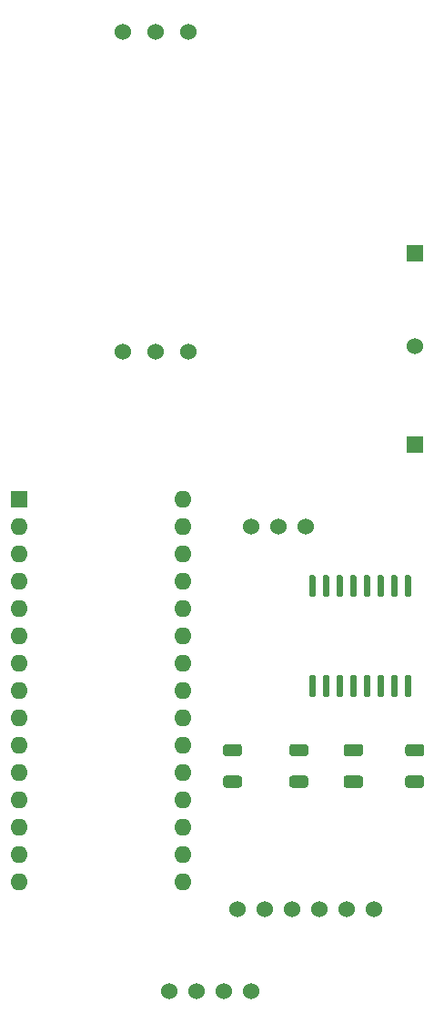
<source format=gbr>
%TF.GenerationSoftware,KiCad,Pcbnew,(5.1.10)-1*%
%TF.CreationDate,2021-09-08T13:12:46-04:00*%
%TF.ProjectId,Water_sensor,57617465-725f-4736-956e-736f722e6b69,rev?*%
%TF.SameCoordinates,Original*%
%TF.FileFunction,Soldermask,Top*%
%TF.FilePolarity,Negative*%
%FSLAX46Y46*%
G04 Gerber Fmt 4.6, Leading zero omitted, Abs format (unit mm)*
G04 Created by KiCad (PCBNEW (5.1.10)-1) date 2021-09-08 13:12:46*
%MOMM*%
%LPD*%
G01*
G04 APERTURE LIST*
%ADD10R,1.600000X1.600000*%
%ADD11O,1.600000X1.600000*%
%ADD12C,1.524000*%
%ADD13R,1.524000X1.524000*%
G04 APERTURE END LIST*
%TO.C,10K1*%
G36*
G01*
X147945001Y-141975000D02*
X146694999Y-141975000D01*
G75*
G02*
X146445000Y-141725001I0J249999D01*
G01*
X146445000Y-141099999D01*
G75*
G02*
X146694999Y-140850000I249999J0D01*
G01*
X147945001Y-140850000D01*
G75*
G02*
X148195000Y-141099999I0J-249999D01*
G01*
X148195000Y-141725001D01*
G75*
G02*
X147945001Y-141975000I-249999J0D01*
G01*
G37*
G36*
G01*
X147945001Y-144900000D02*
X146694999Y-144900000D01*
G75*
G02*
X146445000Y-144650001I0J249999D01*
G01*
X146445000Y-144024999D01*
G75*
G02*
X146694999Y-143775000I249999J0D01*
G01*
X147945001Y-143775000D01*
G75*
G02*
X148195000Y-144024999I0J-249999D01*
G01*
X148195000Y-144650001D01*
G75*
G02*
X147945001Y-144900000I-249999J0D01*
G01*
G37*
%TD*%
%TO.C,4.7k1*%
G36*
G01*
X137150001Y-144900000D02*
X135899999Y-144900000D01*
G75*
G02*
X135650000Y-144650001I0J249999D01*
G01*
X135650000Y-144024999D01*
G75*
G02*
X135899999Y-143775000I249999J0D01*
G01*
X137150001Y-143775000D01*
G75*
G02*
X137400000Y-144024999I0J-249999D01*
G01*
X137400000Y-144650001D01*
G75*
G02*
X137150001Y-144900000I-249999J0D01*
G01*
G37*
G36*
G01*
X137150001Y-141975000D02*
X135899999Y-141975000D01*
G75*
G02*
X135650000Y-141725001I0J249999D01*
G01*
X135650000Y-141099999D01*
G75*
G02*
X135899999Y-140850000I249999J0D01*
G01*
X137150001Y-140850000D01*
G75*
G02*
X137400000Y-141099999I0J-249999D01*
G01*
X137400000Y-141725001D01*
G75*
G02*
X137150001Y-141975000I-249999J0D01*
G01*
G37*
%TD*%
D10*
%TO.C,A1*%
X110490000Y-118110000D03*
D11*
X125730000Y-151130000D03*
X110490000Y-120650000D03*
X125730000Y-148590000D03*
X110490000Y-123190000D03*
X125730000Y-146050000D03*
X110490000Y-125730000D03*
X125730000Y-143510000D03*
X110490000Y-128270000D03*
X125730000Y-140970000D03*
X110490000Y-130810000D03*
X125730000Y-138430000D03*
X110490000Y-133350000D03*
X125730000Y-135890000D03*
X110490000Y-135890000D03*
X125730000Y-133350000D03*
X110490000Y-138430000D03*
X125730000Y-130810000D03*
X110490000Y-140970000D03*
X125730000Y-128270000D03*
X110490000Y-143510000D03*
X125730000Y-125730000D03*
X110490000Y-146050000D03*
X125730000Y-123190000D03*
X110490000Y-148590000D03*
X125730000Y-120650000D03*
X110490000Y-151130000D03*
X125730000Y-118110000D03*
X110490000Y-153670000D03*
X125730000Y-153670000D03*
%TD*%
%TO.C,C1*%
G36*
G01*
X142255001Y-144925000D02*
X140954999Y-144925000D01*
G75*
G02*
X140705000Y-144675001I0J249999D01*
G01*
X140705000Y-144024999D01*
G75*
G02*
X140954999Y-143775000I249999J0D01*
G01*
X142255001Y-143775000D01*
G75*
G02*
X142505000Y-144024999I0J-249999D01*
G01*
X142505000Y-144675001D01*
G75*
G02*
X142255001Y-144925000I-249999J0D01*
G01*
G37*
G36*
G01*
X142255001Y-141975000D02*
X140954999Y-141975000D01*
G75*
G02*
X140705000Y-141725001I0J249999D01*
G01*
X140705000Y-141074999D01*
G75*
G02*
X140954999Y-140825000I249999J0D01*
G01*
X142255001Y-140825000D01*
G75*
G02*
X142505000Y-141074999I0J-249999D01*
G01*
X142505000Y-141725001D01*
G75*
G02*
X142255001Y-141975000I-249999J0D01*
G01*
G37*
%TD*%
%TO.C,R4*%
G36*
G01*
X130992501Y-144900000D02*
X129742499Y-144900000D01*
G75*
G02*
X129492500Y-144650001I0J249999D01*
G01*
X129492500Y-144024999D01*
G75*
G02*
X129742499Y-143775000I249999J0D01*
G01*
X130992501Y-143775000D01*
G75*
G02*
X131242500Y-144024999I0J-249999D01*
G01*
X131242500Y-144650001D01*
G75*
G02*
X130992501Y-144900000I-249999J0D01*
G01*
G37*
G36*
G01*
X130992501Y-141975000D02*
X129742499Y-141975000D01*
G75*
G02*
X129492500Y-141725001I0J249999D01*
G01*
X129492500Y-141099999D01*
G75*
G02*
X129742499Y-140850000I249999J0D01*
G01*
X130992501Y-140850000D01*
G75*
G02*
X131242500Y-141099999I0J-249999D01*
G01*
X131242500Y-141725001D01*
G75*
G02*
X130992501Y-141975000I-249999J0D01*
G01*
G37*
%TD*%
%TO.C,U1*%
G36*
G01*
X137945000Y-136485000D02*
X137645000Y-136485000D01*
G75*
G02*
X137495000Y-136335000I0J150000D01*
G01*
X137495000Y-134585000D01*
G75*
G02*
X137645000Y-134435000I150000J0D01*
G01*
X137945000Y-134435000D01*
G75*
G02*
X138095000Y-134585000I0J-150000D01*
G01*
X138095000Y-136335000D01*
G75*
G02*
X137945000Y-136485000I-150000J0D01*
G01*
G37*
G36*
G01*
X139215000Y-136485000D02*
X138915000Y-136485000D01*
G75*
G02*
X138765000Y-136335000I0J150000D01*
G01*
X138765000Y-134585000D01*
G75*
G02*
X138915000Y-134435000I150000J0D01*
G01*
X139215000Y-134435000D01*
G75*
G02*
X139365000Y-134585000I0J-150000D01*
G01*
X139365000Y-136335000D01*
G75*
G02*
X139215000Y-136485000I-150000J0D01*
G01*
G37*
G36*
G01*
X140485000Y-136485000D02*
X140185000Y-136485000D01*
G75*
G02*
X140035000Y-136335000I0J150000D01*
G01*
X140035000Y-134585000D01*
G75*
G02*
X140185000Y-134435000I150000J0D01*
G01*
X140485000Y-134435000D01*
G75*
G02*
X140635000Y-134585000I0J-150000D01*
G01*
X140635000Y-136335000D01*
G75*
G02*
X140485000Y-136485000I-150000J0D01*
G01*
G37*
G36*
G01*
X141755000Y-136485000D02*
X141455000Y-136485000D01*
G75*
G02*
X141305000Y-136335000I0J150000D01*
G01*
X141305000Y-134585000D01*
G75*
G02*
X141455000Y-134435000I150000J0D01*
G01*
X141755000Y-134435000D01*
G75*
G02*
X141905000Y-134585000I0J-150000D01*
G01*
X141905000Y-136335000D01*
G75*
G02*
X141755000Y-136485000I-150000J0D01*
G01*
G37*
G36*
G01*
X143025000Y-136485000D02*
X142725000Y-136485000D01*
G75*
G02*
X142575000Y-136335000I0J150000D01*
G01*
X142575000Y-134585000D01*
G75*
G02*
X142725000Y-134435000I150000J0D01*
G01*
X143025000Y-134435000D01*
G75*
G02*
X143175000Y-134585000I0J-150000D01*
G01*
X143175000Y-136335000D01*
G75*
G02*
X143025000Y-136485000I-150000J0D01*
G01*
G37*
G36*
G01*
X144295000Y-136485000D02*
X143995000Y-136485000D01*
G75*
G02*
X143845000Y-136335000I0J150000D01*
G01*
X143845000Y-134585000D01*
G75*
G02*
X143995000Y-134435000I150000J0D01*
G01*
X144295000Y-134435000D01*
G75*
G02*
X144445000Y-134585000I0J-150000D01*
G01*
X144445000Y-136335000D01*
G75*
G02*
X144295000Y-136485000I-150000J0D01*
G01*
G37*
G36*
G01*
X145565000Y-136485000D02*
X145265000Y-136485000D01*
G75*
G02*
X145115000Y-136335000I0J150000D01*
G01*
X145115000Y-134585000D01*
G75*
G02*
X145265000Y-134435000I150000J0D01*
G01*
X145565000Y-134435000D01*
G75*
G02*
X145715000Y-134585000I0J-150000D01*
G01*
X145715000Y-136335000D01*
G75*
G02*
X145565000Y-136485000I-150000J0D01*
G01*
G37*
G36*
G01*
X146835000Y-136485000D02*
X146535000Y-136485000D01*
G75*
G02*
X146385000Y-136335000I0J150000D01*
G01*
X146385000Y-134585000D01*
G75*
G02*
X146535000Y-134435000I150000J0D01*
G01*
X146835000Y-134435000D01*
G75*
G02*
X146985000Y-134585000I0J-150000D01*
G01*
X146985000Y-136335000D01*
G75*
G02*
X146835000Y-136485000I-150000J0D01*
G01*
G37*
G36*
G01*
X146835000Y-127185000D02*
X146535000Y-127185000D01*
G75*
G02*
X146385000Y-127035000I0J150000D01*
G01*
X146385000Y-125285000D01*
G75*
G02*
X146535000Y-125135000I150000J0D01*
G01*
X146835000Y-125135000D01*
G75*
G02*
X146985000Y-125285000I0J-150000D01*
G01*
X146985000Y-127035000D01*
G75*
G02*
X146835000Y-127185000I-150000J0D01*
G01*
G37*
G36*
G01*
X145565000Y-127185000D02*
X145265000Y-127185000D01*
G75*
G02*
X145115000Y-127035000I0J150000D01*
G01*
X145115000Y-125285000D01*
G75*
G02*
X145265000Y-125135000I150000J0D01*
G01*
X145565000Y-125135000D01*
G75*
G02*
X145715000Y-125285000I0J-150000D01*
G01*
X145715000Y-127035000D01*
G75*
G02*
X145565000Y-127185000I-150000J0D01*
G01*
G37*
G36*
G01*
X144295000Y-127185000D02*
X143995000Y-127185000D01*
G75*
G02*
X143845000Y-127035000I0J150000D01*
G01*
X143845000Y-125285000D01*
G75*
G02*
X143995000Y-125135000I150000J0D01*
G01*
X144295000Y-125135000D01*
G75*
G02*
X144445000Y-125285000I0J-150000D01*
G01*
X144445000Y-127035000D01*
G75*
G02*
X144295000Y-127185000I-150000J0D01*
G01*
G37*
G36*
G01*
X143025000Y-127185000D02*
X142725000Y-127185000D01*
G75*
G02*
X142575000Y-127035000I0J150000D01*
G01*
X142575000Y-125285000D01*
G75*
G02*
X142725000Y-125135000I150000J0D01*
G01*
X143025000Y-125135000D01*
G75*
G02*
X143175000Y-125285000I0J-150000D01*
G01*
X143175000Y-127035000D01*
G75*
G02*
X143025000Y-127185000I-150000J0D01*
G01*
G37*
G36*
G01*
X141755000Y-127185000D02*
X141455000Y-127185000D01*
G75*
G02*
X141305000Y-127035000I0J150000D01*
G01*
X141305000Y-125285000D01*
G75*
G02*
X141455000Y-125135000I150000J0D01*
G01*
X141755000Y-125135000D01*
G75*
G02*
X141905000Y-125285000I0J-150000D01*
G01*
X141905000Y-127035000D01*
G75*
G02*
X141755000Y-127185000I-150000J0D01*
G01*
G37*
G36*
G01*
X140485000Y-127185000D02*
X140185000Y-127185000D01*
G75*
G02*
X140035000Y-127035000I0J150000D01*
G01*
X140035000Y-125285000D01*
G75*
G02*
X140185000Y-125135000I150000J0D01*
G01*
X140485000Y-125135000D01*
G75*
G02*
X140635000Y-125285000I0J-150000D01*
G01*
X140635000Y-127035000D01*
G75*
G02*
X140485000Y-127185000I-150000J0D01*
G01*
G37*
G36*
G01*
X139215000Y-127185000D02*
X138915000Y-127185000D01*
G75*
G02*
X138765000Y-127035000I0J150000D01*
G01*
X138765000Y-125285000D01*
G75*
G02*
X138915000Y-125135000I150000J0D01*
G01*
X139215000Y-125135000D01*
G75*
G02*
X139365000Y-125285000I0J-150000D01*
G01*
X139365000Y-127035000D01*
G75*
G02*
X139215000Y-127185000I-150000J0D01*
G01*
G37*
G36*
G01*
X137945000Y-127185000D02*
X137645000Y-127185000D01*
G75*
G02*
X137495000Y-127035000I0J150000D01*
G01*
X137495000Y-125285000D01*
G75*
G02*
X137645000Y-125135000I150000J0D01*
G01*
X137945000Y-125135000D01*
G75*
G02*
X138095000Y-125285000I0J-150000D01*
G01*
X138095000Y-127035000D01*
G75*
G02*
X137945000Y-127185000I-150000J0D01*
G01*
G37*
%TD*%
D12*
%TO.C,U2*%
X130810000Y-156210000D03*
X133350000Y-156210000D03*
X135890000Y-156210000D03*
X138430000Y-156210000D03*
X140970000Y-156210000D03*
X143510000Y-156210000D03*
%TD*%
%TO.C,U3*%
X120142000Y-104394000D03*
X123190000Y-104394000D03*
X126238000Y-104394000D03*
%TD*%
%TO.C,U4*%
X132080000Y-120650000D03*
X134620000Y-120650000D03*
X137160000Y-120650000D03*
%TD*%
%TO.C,U5*%
X120142000Y-74676000D03*
X123190000Y-74676000D03*
X126238000Y-74676000D03*
%TD*%
%TO.C,U6*%
X124460000Y-163830000D03*
X127000000Y-163830000D03*
X129540000Y-163830000D03*
X132080000Y-163830000D03*
%TD*%
D13*
%TO.C,U7*%
X147320000Y-95250000D03*
X147320000Y-113030000D03*
D12*
X147320000Y-103886000D03*
%TD*%
M02*

</source>
